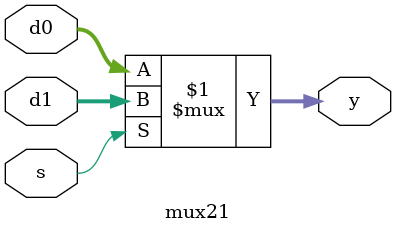
<source format=v>

`default_nettype none

module mux21 (y, d1, d0, s);
	// Parameters
	parameter W = 8;
	
	// Outputs
	output wire [W - 1 : 0] y;

	// Inputs
	input wire [W - 1 : 0]	d1, d0;
	input wire s;

	// Dataflow Description of module
	assign y = s ? d1 : d0;
endmodule
</source>
